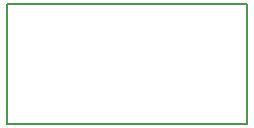
<source format=gm1>
G04*
G04 #@! TF.GenerationSoftware,Altium Limited,Altium Designer,18.0.7 (293)*
G04*
G04 Layer_Color=16711935*
%FSLAX25Y25*%
%MOIN*%
G70*
G01*
G75*
%ADD11C,0.00600*%
D11*
X0Y-40000D02*
Y0D01*
Y-40000D02*
X80000D01*
Y0D01*
X0D02*
X80000D01*
M02*

</source>
